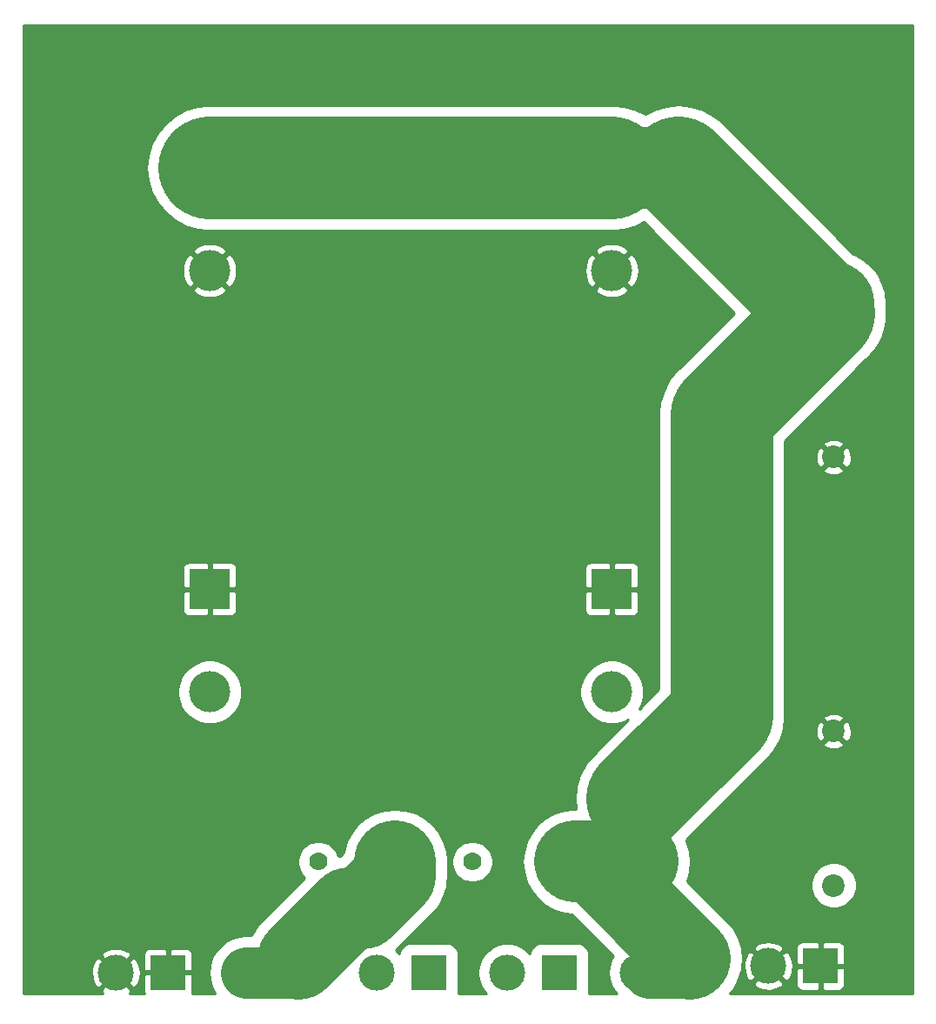
<source format=gtl>
G04 #@! TF.GenerationSoftware,KiCad,Pcbnew,(5.1.6)-1*
G04 #@! TF.CreationDate,2020-08-29T10:58:44-03:00*
G04 #@! TF.ProjectId,fontes2,666f6e74-6573-4322-9e6b-696361645f70,rev?*
G04 #@! TF.SameCoordinates,Original*
G04 #@! TF.FileFunction,Copper,L1,Top*
G04 #@! TF.FilePolarity,Positive*
%FSLAX46Y46*%
G04 Gerber Fmt 4.6, Leading zero omitted, Abs format (unit mm)*
G04 Created by KiCad (PCBNEW (5.1.6)-1) date 2020-08-29 10:58:44*
%MOMM*%
%LPD*%
G01*
G04 APERTURE LIST*
G04 #@! TA.AperFunction,ComponentPad*
%ADD10C,2.200000*%
G04 #@! TD*
G04 #@! TA.AperFunction,ComponentPad*
%ADD11C,3.500120*%
G04 #@! TD*
G04 #@! TA.AperFunction,ComponentPad*
%ADD12R,3.500120X3.500120*%
G04 #@! TD*
G04 #@! TA.AperFunction,ComponentPad*
%ADD13C,1.778000*%
G04 #@! TD*
G04 #@! TA.AperFunction,ComponentPad*
%ADD14C,4.000000*%
G04 #@! TD*
G04 #@! TA.AperFunction,ComponentPad*
%ADD15R,4.000000X4.000000*%
G04 #@! TD*
G04 #@! TA.AperFunction,ViaPad*
%ADD16C,4.000000*%
G04 #@! TD*
G04 #@! TA.AperFunction,Conductor*
%ADD17C,3.500000*%
G04 #@! TD*
G04 #@! TA.AperFunction,Conductor*
%ADD18C,5.000000*%
G04 #@! TD*
G04 #@! TA.AperFunction,Conductor*
%ADD19C,8.000000*%
G04 #@! TD*
G04 #@! TA.AperFunction,Conductor*
%ADD20C,10.000000*%
G04 #@! TD*
G04 #@! TA.AperFunction,Conductor*
%ADD21C,0.254000*%
G04 #@! TD*
G04 APERTURE END LIST*
D10*
X172720000Y-98820000D03*
X172720000Y-83820000D03*
X172720000Y-57150000D03*
X172720000Y-42150000D03*
D11*
X140970000Y-107315000D03*
D12*
X146050000Y-107315000D03*
D11*
X166370000Y-106680000D03*
D12*
X171450000Y-106680000D03*
D11*
X153670000Y-107315000D03*
D12*
X158750000Y-107315000D03*
D11*
X102870000Y-107315000D03*
D12*
X107950000Y-107315000D03*
D11*
X128270000Y-107315000D03*
D12*
X133350000Y-107315000D03*
D11*
X115570000Y-107315000D03*
D12*
X120650000Y-107315000D03*
D13*
X122555000Y-96520000D03*
X130048000Y-96520000D03*
X137541000Y-96520000D03*
X147574000Y-96520000D03*
D14*
X151130000Y-80000000D03*
D15*
X151130000Y-70000000D03*
D14*
X151130000Y-39000000D03*
D15*
X151130000Y-29000000D03*
D14*
X112000000Y-80000000D03*
D15*
X112000000Y-70000000D03*
D14*
X112000000Y-39000000D03*
D15*
X112000000Y-29000000D03*
D16*
X178435000Y-107315000D03*
X178435000Y-17145000D03*
X95885000Y-17145000D03*
X95885000Y-107315000D03*
D17*
X153670000Y-90424000D02*
X153670000Y-96520000D01*
X153670000Y-107315000D02*
X154749600Y-107315000D01*
D18*
X158750000Y-107315000D02*
X154749600Y-107315000D01*
D19*
X153670000Y-96520000D02*
X147574000Y-96520000D01*
D20*
X171750200Y-43119800D02*
X161842400Y-53027600D01*
X161842400Y-53027600D02*
X161842400Y-82251600D01*
X161842400Y-82251600D02*
X153670000Y-90424000D01*
D19*
X171750200Y-43119800D02*
X172720000Y-42150000D01*
D20*
X157630300Y-29000000D02*
X171750200Y-43119800D01*
D19*
X151130000Y-29000000D02*
X157630300Y-29000000D01*
D20*
X112000000Y-29000000D02*
X151130000Y-29000000D01*
D19*
X149330010Y-96520000D02*
X158750000Y-105939990D01*
X147574000Y-96520000D02*
X149330010Y-96520000D01*
X125525051Y-101064939D02*
X120650000Y-105939990D01*
X126900061Y-101064939D02*
X125525051Y-101064939D01*
X130048000Y-96520000D02*
X130048000Y-97917000D01*
X130048000Y-97917000D02*
X126900061Y-101064939D01*
D18*
X115570000Y-107315000D02*
X120650000Y-107315000D01*
D21*
G36*
X180433001Y-109313000D02*
G01*
X162614351Y-109313000D01*
X163033571Y-108802180D01*
X163275452Y-108349651D01*
X164879954Y-108349651D01*
X165066039Y-108690815D01*
X165483384Y-108906568D01*
X165934802Y-109036755D01*
X166402944Y-109076374D01*
X166869821Y-109023901D01*
X167317489Y-108881354D01*
X167673961Y-108690815D01*
X167816187Y-108430060D01*
X169061868Y-108430060D01*
X169074128Y-108554542D01*
X169110438Y-108674240D01*
X169169403Y-108784554D01*
X169248755Y-108881245D01*
X169345446Y-108960597D01*
X169455760Y-109019562D01*
X169575458Y-109055872D01*
X169699940Y-109068132D01*
X171164250Y-109065060D01*
X171323000Y-108906310D01*
X171323000Y-106807000D01*
X171577000Y-106807000D01*
X171577000Y-108906310D01*
X171735750Y-109065060D01*
X173200060Y-109068132D01*
X173324542Y-109055872D01*
X173444240Y-109019562D01*
X173554554Y-108960597D01*
X173651245Y-108881245D01*
X173730597Y-108784554D01*
X173789562Y-108674240D01*
X173825872Y-108554542D01*
X173838132Y-108430060D01*
X173835060Y-106965750D01*
X173676310Y-106807000D01*
X171577000Y-106807000D01*
X171323000Y-106807000D01*
X169223690Y-106807000D01*
X169064940Y-106965750D01*
X169061868Y-108430060D01*
X167816187Y-108430060D01*
X167860046Y-108349651D01*
X166370000Y-106859605D01*
X164879954Y-108349651D01*
X163275452Y-108349651D01*
X163509649Y-107911501D01*
X163802817Y-106945057D01*
X163825678Y-106712944D01*
X163973626Y-106712944D01*
X164026099Y-107179821D01*
X164168646Y-107627489D01*
X164359185Y-107983961D01*
X164700349Y-108170046D01*
X166190395Y-106680000D01*
X166549605Y-106680000D01*
X168039651Y-108170046D01*
X168380815Y-107983961D01*
X168596568Y-107566616D01*
X168726755Y-107115198D01*
X168766374Y-106647056D01*
X168713901Y-106180179D01*
X168571354Y-105732511D01*
X168380815Y-105376039D01*
X168039651Y-105189954D01*
X166549605Y-106680000D01*
X166190395Y-106680000D01*
X164700349Y-105189954D01*
X164359185Y-105376039D01*
X164143432Y-105793384D01*
X164013245Y-106244802D01*
X163973626Y-106712944D01*
X163825678Y-106712944D01*
X163901807Y-105939990D01*
X163810246Y-105010349D01*
X164879954Y-105010349D01*
X166370000Y-106500395D01*
X167860046Y-105010349D01*
X167816188Y-104929940D01*
X169061868Y-104929940D01*
X169064940Y-106394250D01*
X169223690Y-106553000D01*
X171323000Y-106553000D01*
X171323000Y-104453690D01*
X171577000Y-104453690D01*
X171577000Y-106553000D01*
X173676310Y-106553000D01*
X173835060Y-106394250D01*
X173838132Y-104929940D01*
X173825872Y-104805458D01*
X173789562Y-104685760D01*
X173730597Y-104575446D01*
X173651245Y-104478755D01*
X173554554Y-104399403D01*
X173444240Y-104340438D01*
X173324542Y-104304128D01*
X173200060Y-104291868D01*
X171735750Y-104294940D01*
X171577000Y-104453690D01*
X171323000Y-104453690D01*
X171164250Y-104294940D01*
X169699940Y-104291868D01*
X169575458Y-104304128D01*
X169455760Y-104340438D01*
X169345446Y-104399403D01*
X169248755Y-104478755D01*
X169169403Y-104575446D01*
X169110438Y-104685760D01*
X169074128Y-104805458D01*
X169061868Y-104929940D01*
X167816188Y-104929940D01*
X167673961Y-104669185D01*
X167256616Y-104453432D01*
X166805198Y-104323245D01*
X166337056Y-104283626D01*
X165870179Y-104336099D01*
X165422511Y-104478646D01*
X165066039Y-104669185D01*
X164879954Y-105010349D01*
X163810246Y-105010349D01*
X163802817Y-104934922D01*
X163509649Y-103968478D01*
X163033571Y-103077800D01*
X162553435Y-102492752D01*
X158661343Y-98600660D01*
X170493000Y-98600660D01*
X170493000Y-99039340D01*
X170578582Y-99469592D01*
X170746458Y-99874880D01*
X170990176Y-100239630D01*
X171300370Y-100549824D01*
X171665120Y-100793542D01*
X172070408Y-100961418D01*
X172500660Y-101047000D01*
X172939340Y-101047000D01*
X173369592Y-100961418D01*
X173774880Y-100793542D01*
X174139630Y-100549824D01*
X174449824Y-100239630D01*
X174693542Y-99874880D01*
X174861418Y-99469592D01*
X174947000Y-99039340D01*
X174947000Y-98600660D01*
X174861418Y-98170408D01*
X174693542Y-97765120D01*
X174449824Y-97400370D01*
X174139630Y-97090176D01*
X173774880Y-96846458D01*
X173369592Y-96678582D01*
X172939340Y-96593000D01*
X172500660Y-96593000D01*
X172070408Y-96678582D01*
X171665120Y-96846458D01*
X171300370Y-97090176D01*
X170990176Y-97400370D01*
X170746458Y-97765120D01*
X170578582Y-98170408D01*
X170493000Y-98600660D01*
X158661343Y-98600660D01*
X158458171Y-98397488D01*
X158722816Y-97525068D01*
X158821807Y-96520000D01*
X158722816Y-95514932D01*
X158429649Y-94548489D01*
X158353278Y-94405608D01*
X165962016Y-86796871D01*
X166195805Y-86605005D01*
X166387670Y-86371217D01*
X166387676Y-86371211D01*
X166961463Y-85672049D01*
X167306402Y-85026712D01*
X171692893Y-85026712D01*
X171800726Y-85301338D01*
X172107384Y-85452216D01*
X172437585Y-85540369D01*
X172778639Y-85562409D01*
X173117439Y-85517489D01*
X173440966Y-85407336D01*
X173639274Y-85301338D01*
X173747107Y-85026712D01*
X172720000Y-83999605D01*
X171692893Y-85026712D01*
X167306402Y-85026712D01*
X167530398Y-84607646D01*
X167683658Y-84102415D01*
X167751539Y-83878639D01*
X170977591Y-83878639D01*
X171022511Y-84217439D01*
X171132664Y-84540966D01*
X171238662Y-84739274D01*
X171513288Y-84847107D01*
X172540395Y-83820000D01*
X172899605Y-83820000D01*
X173926712Y-84847107D01*
X174201338Y-84739274D01*
X174352216Y-84432616D01*
X174440369Y-84102415D01*
X174462409Y-83761361D01*
X174417489Y-83422561D01*
X174307336Y-83099034D01*
X174201338Y-82900726D01*
X173926712Y-82792893D01*
X172899605Y-83820000D01*
X172540395Y-83820000D01*
X171513288Y-82792893D01*
X171238662Y-82900726D01*
X171087784Y-83207384D01*
X170999631Y-83537585D01*
X170977591Y-83878639D01*
X167751539Y-83878639D01*
X167880747Y-83452702D01*
X167963421Y-82613288D01*
X171692893Y-82613288D01*
X172720000Y-83640395D01*
X173747107Y-82613288D01*
X173639274Y-82338662D01*
X173332616Y-82187784D01*
X173002415Y-82099631D01*
X172661361Y-82077591D01*
X172322561Y-82122511D01*
X171999034Y-82232664D01*
X171800726Y-82338662D01*
X171692893Y-82613288D01*
X167963421Y-82613288D01*
X167969400Y-82552591D01*
X167969400Y-82552581D01*
X167999044Y-82251600D01*
X167969400Y-81950619D01*
X167969400Y-58356712D01*
X171692893Y-58356712D01*
X171800726Y-58631338D01*
X172107384Y-58782216D01*
X172437585Y-58870369D01*
X172778639Y-58892409D01*
X173117439Y-58847489D01*
X173440966Y-58737336D01*
X173639274Y-58631338D01*
X173747107Y-58356712D01*
X172720000Y-57329605D01*
X171692893Y-58356712D01*
X167969400Y-58356712D01*
X167969400Y-57208639D01*
X170977591Y-57208639D01*
X171022511Y-57547439D01*
X171132664Y-57870966D01*
X171238662Y-58069274D01*
X171513288Y-58177107D01*
X172540395Y-57150000D01*
X172899605Y-57150000D01*
X173926712Y-58177107D01*
X174201338Y-58069274D01*
X174352216Y-57762616D01*
X174440369Y-57432415D01*
X174462409Y-57091361D01*
X174417489Y-56752561D01*
X174307336Y-56429034D01*
X174201338Y-56230726D01*
X173926712Y-56122893D01*
X172899605Y-57150000D01*
X172540395Y-57150000D01*
X171513288Y-56122893D01*
X171238662Y-56230726D01*
X171087784Y-56537384D01*
X170999631Y-56867585D01*
X170977591Y-57208639D01*
X167969400Y-57208639D01*
X167969400Y-55943288D01*
X171692893Y-55943288D01*
X172720000Y-56970395D01*
X173747107Y-55943288D01*
X173639274Y-55668662D01*
X173332616Y-55517784D01*
X173002415Y-55429631D01*
X172661361Y-55407591D01*
X172322561Y-55452511D01*
X171999034Y-55562664D01*
X171800726Y-55668662D01*
X171692893Y-55943288D01*
X167969400Y-55943288D01*
X167969400Y-55565486D01*
X175869824Y-47665062D01*
X176103620Y-47473189D01*
X176362809Y-47157365D01*
X176869263Y-46540249D01*
X176869270Y-46540236D01*
X176869275Y-46540230D01*
X177167658Y-45981990D01*
X177438197Y-45475846D01*
X177438200Y-45475836D01*
X177438206Y-45475825D01*
X177602528Y-44934120D01*
X177788546Y-44320902D01*
X177788547Y-44320887D01*
X177788550Y-44320879D01*
X177838618Y-43812509D01*
X177906844Y-43119801D01*
X177906843Y-43119789D01*
X177906844Y-43119777D01*
X177841567Y-42457031D01*
X177871807Y-42150001D01*
X177772816Y-41144933D01*
X177479648Y-40178489D01*
X177003570Y-39287811D01*
X176362877Y-38507123D01*
X175582189Y-37866430D01*
X174691511Y-37390352D01*
X174683067Y-37387791D01*
X161749894Y-24454710D01*
X161050730Y-23880925D01*
X159986325Y-23311994D01*
X158831380Y-22961649D01*
X157630279Y-22843356D01*
X156429178Y-22961658D01*
X155274235Y-23312011D01*
X154380152Y-23789911D01*
X153486046Y-23312002D01*
X152331102Y-22961653D01*
X151430991Y-22873000D01*
X111699009Y-22873000D01*
X110798898Y-22961653D01*
X109643954Y-23312002D01*
X108579551Y-23880937D01*
X107646595Y-24646595D01*
X106880937Y-25579551D01*
X106312002Y-26643954D01*
X105961653Y-27798898D01*
X105843355Y-29000000D01*
X105961653Y-30201102D01*
X106312002Y-31356046D01*
X106880937Y-32420449D01*
X107646595Y-33353405D01*
X108579551Y-34119063D01*
X109643954Y-34687998D01*
X110798898Y-35038347D01*
X111699009Y-35127000D01*
X151430991Y-35127000D01*
X152331102Y-35038347D01*
X153486046Y-34687998D01*
X154246792Y-34281371D01*
X163085299Y-43119815D01*
X157722789Y-48482325D01*
X157488995Y-48674195D01*
X156723337Y-49607152D01*
X156154402Y-50671555D01*
X155804053Y-51826499D01*
X155715400Y-52726610D01*
X155715400Y-52726619D01*
X155685756Y-53027600D01*
X155715400Y-53328581D01*
X155715401Y-79713712D01*
X153806846Y-81622268D01*
X153901111Y-81481190D01*
X154136831Y-80912112D01*
X154257000Y-80307983D01*
X154257000Y-79692017D01*
X154136831Y-79087888D01*
X153901111Y-78518810D01*
X153558899Y-78006654D01*
X153123346Y-77571101D01*
X152611190Y-77228889D01*
X152042112Y-76993169D01*
X151437983Y-76873000D01*
X150822017Y-76873000D01*
X150217888Y-76993169D01*
X149648810Y-77228889D01*
X149136654Y-77571101D01*
X148701101Y-78006654D01*
X148358889Y-78518810D01*
X148123169Y-79087888D01*
X148003000Y-79692017D01*
X148003000Y-80307983D01*
X148123169Y-80912112D01*
X148358889Y-81481190D01*
X148701101Y-81993346D01*
X149136654Y-82428899D01*
X149648810Y-82771111D01*
X150217888Y-83006831D01*
X150822017Y-83127000D01*
X151437983Y-83127000D01*
X152042112Y-83006831D01*
X152611190Y-82771111D01*
X152752268Y-82676846D01*
X149124724Y-86304390D01*
X148550937Y-87003552D01*
X147982002Y-88067955D01*
X147631654Y-89222899D01*
X147513356Y-90424000D01*
X147608794Y-91393000D01*
X147322131Y-91393000D01*
X146568932Y-91467184D01*
X145602489Y-91760351D01*
X144711809Y-92236429D01*
X143931122Y-92877122D01*
X143290429Y-93657809D01*
X142814351Y-94548489D01*
X142521184Y-95514932D01*
X142422193Y-96520000D01*
X142521184Y-97525068D01*
X142814351Y-98491511D01*
X143290429Y-99382191D01*
X143931122Y-100162878D01*
X144711809Y-100803571D01*
X145602489Y-101279649D01*
X146568932Y-101572816D01*
X147193687Y-101634349D01*
X151267163Y-105707825D01*
X151266288Y-105708891D01*
X151199633Y-105833593D01*
X151120382Y-105952201D01*
X151065794Y-106083988D01*
X150999138Y-106208693D01*
X150958090Y-106344011D01*
X150903504Y-106475793D01*
X150875677Y-106615690D01*
X150834628Y-106751009D01*
X150820768Y-106891735D01*
X150792940Y-107031634D01*
X150792940Y-107174276D01*
X150779080Y-107315000D01*
X150792940Y-107455724D01*
X150792940Y-107598366D01*
X150820768Y-107738265D01*
X150834628Y-107878991D01*
X150875677Y-108014310D01*
X150903504Y-108154207D01*
X150958090Y-108285989D01*
X150999138Y-108421307D01*
X151065794Y-108546012D01*
X151120382Y-108677799D01*
X151199633Y-108796407D01*
X151266288Y-108921109D01*
X151355989Y-109030410D01*
X151435241Y-109149019D01*
X151536110Y-109249888D01*
X151587905Y-109313000D01*
X148902560Y-109313000D01*
X148910753Y-109285991D01*
X148932513Y-109065060D01*
X148932513Y-105564940D01*
X148910753Y-105344009D01*
X148846310Y-105131569D01*
X148741660Y-104935783D01*
X148600825Y-104764175D01*
X148429217Y-104623340D01*
X148233431Y-104518690D01*
X148020991Y-104454247D01*
X147800060Y-104432487D01*
X144299940Y-104432487D01*
X144079009Y-104454247D01*
X143866569Y-104518690D01*
X143670783Y-104623340D01*
X143499175Y-104764175D01*
X143358340Y-104935783D01*
X143253690Y-105131569D01*
X143189247Y-105344009D01*
X143178357Y-105454579D01*
X142804019Y-105080241D01*
X142332799Y-104765382D01*
X141809207Y-104548504D01*
X141253366Y-104437940D01*
X140686634Y-104437940D01*
X140130793Y-104548504D01*
X139607201Y-104765382D01*
X139135981Y-105080241D01*
X138735241Y-105480981D01*
X138420382Y-105952201D01*
X138203504Y-106475793D01*
X138092940Y-107031634D01*
X138092940Y-107598366D01*
X138203504Y-108154207D01*
X138420382Y-108677799D01*
X138735241Y-109149019D01*
X138899222Y-109313000D01*
X136202560Y-109313000D01*
X136210753Y-109285991D01*
X136232513Y-109065060D01*
X136232513Y-105564940D01*
X136210753Y-105344009D01*
X136146310Y-105131569D01*
X136041660Y-104935783D01*
X135900825Y-104764175D01*
X135729217Y-104623340D01*
X135533431Y-104518690D01*
X135320991Y-104454247D01*
X135100060Y-104432487D01*
X131599940Y-104432487D01*
X131379009Y-104454247D01*
X131166569Y-104518690D01*
X130970783Y-104623340D01*
X130799175Y-104764175D01*
X130658340Y-104935783D01*
X130553690Y-105131569D01*
X130489247Y-105344009D01*
X130478357Y-105454579D01*
X130104019Y-105080241D01*
X130095817Y-105074761D01*
X130542939Y-104707817D01*
X130703504Y-104512168D01*
X133495229Y-101720443D01*
X133690878Y-101559878D01*
X134331571Y-100779191D01*
X134807649Y-99888510D01*
X135100816Y-98922067D01*
X135136064Y-98564189D01*
X135199807Y-97917001D01*
X135175000Y-97665132D01*
X135175000Y-96321441D01*
X135525000Y-96321441D01*
X135525000Y-96718559D01*
X135602473Y-97108046D01*
X135754444Y-97474934D01*
X135975070Y-97805125D01*
X136255875Y-98085930D01*
X136586066Y-98306556D01*
X136952954Y-98458527D01*
X137342441Y-98536000D01*
X137739559Y-98536000D01*
X138129046Y-98458527D01*
X138495934Y-98306556D01*
X138826125Y-98085930D01*
X139106930Y-97805125D01*
X139327556Y-97474934D01*
X139479527Y-97108046D01*
X139557000Y-96718559D01*
X139557000Y-96321441D01*
X139479527Y-95931954D01*
X139327556Y-95565066D01*
X139106930Y-95234875D01*
X138826125Y-94954070D01*
X138495934Y-94733444D01*
X138129046Y-94581473D01*
X137739559Y-94504000D01*
X137342441Y-94504000D01*
X136952954Y-94581473D01*
X136586066Y-94733444D01*
X136255875Y-94954070D01*
X135975070Y-95234875D01*
X135754444Y-95565066D01*
X135602473Y-95931954D01*
X135525000Y-96321441D01*
X135175000Y-96321441D01*
X135175000Y-96268131D01*
X135100816Y-95514932D01*
X134807649Y-94548489D01*
X134331571Y-93657809D01*
X133690878Y-92877122D01*
X132910190Y-92236429D01*
X132019510Y-91760351D01*
X131053067Y-91467184D01*
X130048000Y-91368193D01*
X129042932Y-91467184D01*
X128076489Y-91760351D01*
X127185809Y-92236429D01*
X126405122Y-92877122D01*
X125764429Y-93657810D01*
X125288351Y-94548490D01*
X124995184Y-95514933D01*
X124972873Y-95741455D01*
X124722113Y-95992215D01*
X124519983Y-96012123D01*
X124510071Y-96015130D01*
X124493527Y-95931954D01*
X124341556Y-95565066D01*
X124120930Y-95234875D01*
X123840125Y-94954070D01*
X123509934Y-94733444D01*
X123143046Y-94581473D01*
X122753559Y-94504000D01*
X122356441Y-94504000D01*
X121966954Y-94581473D01*
X121600066Y-94733444D01*
X121269875Y-94954070D01*
X120989070Y-95234875D01*
X120768444Y-95565066D01*
X120616473Y-95931954D01*
X120539000Y-96321441D01*
X120539000Y-96718559D01*
X120616473Y-97108046D01*
X120768444Y-97474934D01*
X120989070Y-97805125D01*
X121261631Y-98077686D01*
X116846566Y-102492752D01*
X116366430Y-103077800D01*
X116040271Y-103688000D01*
X115391822Y-103688000D01*
X114858984Y-103740480D01*
X114175291Y-103947876D01*
X113545197Y-104284668D01*
X112992915Y-104737915D01*
X112539668Y-105290197D01*
X112202876Y-105920291D01*
X111995480Y-106603984D01*
X111925451Y-107315000D01*
X111995480Y-108026016D01*
X112202876Y-108709709D01*
X112525342Y-109313000D01*
X110287552Y-109313000D01*
X110289562Y-109309240D01*
X110325872Y-109189542D01*
X110338132Y-109065060D01*
X110335060Y-107600750D01*
X110176310Y-107442000D01*
X108077000Y-107442000D01*
X108077000Y-107462000D01*
X107823000Y-107462000D01*
X107823000Y-107442000D01*
X105723690Y-107442000D01*
X105564940Y-107600750D01*
X105561868Y-109065060D01*
X105574128Y-109189542D01*
X105610438Y-109309240D01*
X105612448Y-109313000D01*
X104180951Y-109313000D01*
X104360046Y-108984651D01*
X102870000Y-107494605D01*
X101379954Y-108984651D01*
X101559049Y-109313000D01*
X93887000Y-109313000D01*
X93887000Y-107347944D01*
X100473626Y-107347944D01*
X100526099Y-107814821D01*
X100668646Y-108262489D01*
X100859185Y-108618961D01*
X101200349Y-108805046D01*
X102690395Y-107315000D01*
X103049605Y-107315000D01*
X104539651Y-108805046D01*
X104880815Y-108618961D01*
X105096568Y-108201616D01*
X105226755Y-107750198D01*
X105266374Y-107282056D01*
X105213901Y-106815179D01*
X105071354Y-106367511D01*
X104880815Y-106011039D01*
X104539651Y-105824954D01*
X103049605Y-107315000D01*
X102690395Y-107315000D01*
X101200349Y-105824954D01*
X100859185Y-106011039D01*
X100643432Y-106428384D01*
X100513245Y-106879802D01*
X100473626Y-107347944D01*
X93887000Y-107347944D01*
X93887000Y-105645349D01*
X101379954Y-105645349D01*
X102870000Y-107135395D01*
X104360046Y-105645349D01*
X104316188Y-105564940D01*
X105561868Y-105564940D01*
X105564940Y-107029250D01*
X105723690Y-107188000D01*
X107823000Y-107188000D01*
X107823000Y-105088690D01*
X108077000Y-105088690D01*
X108077000Y-107188000D01*
X110176310Y-107188000D01*
X110335060Y-107029250D01*
X110338132Y-105564940D01*
X110325872Y-105440458D01*
X110289562Y-105320760D01*
X110230597Y-105210446D01*
X110151245Y-105113755D01*
X110054554Y-105034403D01*
X109944240Y-104975438D01*
X109824542Y-104939128D01*
X109700060Y-104926868D01*
X108235750Y-104929940D01*
X108077000Y-105088690D01*
X107823000Y-105088690D01*
X107664250Y-104929940D01*
X106199940Y-104926868D01*
X106075458Y-104939128D01*
X105955760Y-104975438D01*
X105845446Y-105034403D01*
X105748755Y-105113755D01*
X105669403Y-105210446D01*
X105610438Y-105320760D01*
X105574128Y-105440458D01*
X105561868Y-105564940D01*
X104316188Y-105564940D01*
X104173961Y-105304185D01*
X103756616Y-105088432D01*
X103305198Y-104958245D01*
X102837056Y-104918626D01*
X102370179Y-104971099D01*
X101922511Y-105113646D01*
X101566039Y-105304185D01*
X101379954Y-105645349D01*
X93887000Y-105645349D01*
X93887000Y-79692017D01*
X108873000Y-79692017D01*
X108873000Y-80307983D01*
X108993169Y-80912112D01*
X109228889Y-81481190D01*
X109571101Y-81993346D01*
X110006654Y-82428899D01*
X110518810Y-82771111D01*
X111087888Y-83006831D01*
X111692017Y-83127000D01*
X112307983Y-83127000D01*
X112912112Y-83006831D01*
X113481190Y-82771111D01*
X113993346Y-82428899D01*
X114428899Y-81993346D01*
X114771111Y-81481190D01*
X115006831Y-80912112D01*
X115127000Y-80307983D01*
X115127000Y-79692017D01*
X115006831Y-79087888D01*
X114771111Y-78518810D01*
X114428899Y-78006654D01*
X113993346Y-77571101D01*
X113481190Y-77228889D01*
X112912112Y-76993169D01*
X112307983Y-76873000D01*
X111692017Y-76873000D01*
X111087888Y-76993169D01*
X110518810Y-77228889D01*
X110006654Y-77571101D01*
X109571101Y-78006654D01*
X109228889Y-78518810D01*
X108993169Y-79087888D01*
X108873000Y-79692017D01*
X93887000Y-79692017D01*
X93887000Y-72000000D01*
X109361928Y-72000000D01*
X109374188Y-72124482D01*
X109410498Y-72244180D01*
X109469463Y-72354494D01*
X109548815Y-72451185D01*
X109645506Y-72530537D01*
X109755820Y-72589502D01*
X109875518Y-72625812D01*
X110000000Y-72638072D01*
X111714250Y-72635000D01*
X111873000Y-72476250D01*
X111873000Y-70127000D01*
X112127000Y-70127000D01*
X112127000Y-72476250D01*
X112285750Y-72635000D01*
X114000000Y-72638072D01*
X114124482Y-72625812D01*
X114244180Y-72589502D01*
X114354494Y-72530537D01*
X114451185Y-72451185D01*
X114530537Y-72354494D01*
X114589502Y-72244180D01*
X114625812Y-72124482D01*
X114638072Y-72000000D01*
X148491928Y-72000000D01*
X148504188Y-72124482D01*
X148540498Y-72244180D01*
X148599463Y-72354494D01*
X148678815Y-72451185D01*
X148775506Y-72530537D01*
X148885820Y-72589502D01*
X149005518Y-72625812D01*
X149130000Y-72638072D01*
X150844250Y-72635000D01*
X151003000Y-72476250D01*
X151003000Y-70127000D01*
X151257000Y-70127000D01*
X151257000Y-72476250D01*
X151415750Y-72635000D01*
X153130000Y-72638072D01*
X153254482Y-72625812D01*
X153374180Y-72589502D01*
X153484494Y-72530537D01*
X153581185Y-72451185D01*
X153660537Y-72354494D01*
X153719502Y-72244180D01*
X153755812Y-72124482D01*
X153768072Y-72000000D01*
X153765000Y-70285750D01*
X153606250Y-70127000D01*
X151257000Y-70127000D01*
X151003000Y-70127000D01*
X148653750Y-70127000D01*
X148495000Y-70285750D01*
X148491928Y-72000000D01*
X114638072Y-72000000D01*
X114635000Y-70285750D01*
X114476250Y-70127000D01*
X112127000Y-70127000D01*
X111873000Y-70127000D01*
X109523750Y-70127000D01*
X109365000Y-70285750D01*
X109361928Y-72000000D01*
X93887000Y-72000000D01*
X93887000Y-68000000D01*
X109361928Y-68000000D01*
X109365000Y-69714250D01*
X109523750Y-69873000D01*
X111873000Y-69873000D01*
X111873000Y-67523750D01*
X112127000Y-67523750D01*
X112127000Y-69873000D01*
X114476250Y-69873000D01*
X114635000Y-69714250D01*
X114638072Y-68000000D01*
X148491928Y-68000000D01*
X148495000Y-69714250D01*
X148653750Y-69873000D01*
X151003000Y-69873000D01*
X151003000Y-67523750D01*
X151257000Y-67523750D01*
X151257000Y-69873000D01*
X153606250Y-69873000D01*
X153765000Y-69714250D01*
X153768072Y-68000000D01*
X153755812Y-67875518D01*
X153719502Y-67755820D01*
X153660537Y-67645506D01*
X153581185Y-67548815D01*
X153484494Y-67469463D01*
X153374180Y-67410498D01*
X153254482Y-67374188D01*
X153130000Y-67361928D01*
X151415750Y-67365000D01*
X151257000Y-67523750D01*
X151003000Y-67523750D01*
X150844250Y-67365000D01*
X149130000Y-67361928D01*
X149005518Y-67374188D01*
X148885820Y-67410498D01*
X148775506Y-67469463D01*
X148678815Y-67548815D01*
X148599463Y-67645506D01*
X148540498Y-67755820D01*
X148504188Y-67875518D01*
X148491928Y-68000000D01*
X114638072Y-68000000D01*
X114625812Y-67875518D01*
X114589502Y-67755820D01*
X114530537Y-67645506D01*
X114451185Y-67548815D01*
X114354494Y-67469463D01*
X114244180Y-67410498D01*
X114124482Y-67374188D01*
X114000000Y-67361928D01*
X112285750Y-67365000D01*
X112127000Y-67523750D01*
X111873000Y-67523750D01*
X111714250Y-67365000D01*
X110000000Y-67361928D01*
X109875518Y-67374188D01*
X109755820Y-67410498D01*
X109645506Y-67469463D01*
X109548815Y-67548815D01*
X109469463Y-67645506D01*
X109410498Y-67755820D01*
X109374188Y-67875518D01*
X109361928Y-68000000D01*
X93887000Y-68000000D01*
X93887000Y-40847499D01*
X110332106Y-40847499D01*
X110548228Y-41214258D01*
X111008105Y-41454938D01*
X111506098Y-41601275D01*
X112023071Y-41647648D01*
X112539159Y-41592273D01*
X113034526Y-41437279D01*
X113451772Y-41214258D01*
X113667894Y-40847499D01*
X149462106Y-40847499D01*
X149678228Y-41214258D01*
X150138105Y-41454938D01*
X150636098Y-41601275D01*
X151153071Y-41647648D01*
X151669159Y-41592273D01*
X152164526Y-41437279D01*
X152581772Y-41214258D01*
X152797894Y-40847499D01*
X151130000Y-39179605D01*
X149462106Y-40847499D01*
X113667894Y-40847499D01*
X112000000Y-39179605D01*
X110332106Y-40847499D01*
X93887000Y-40847499D01*
X93887000Y-39023071D01*
X109352352Y-39023071D01*
X109407727Y-39539159D01*
X109562721Y-40034526D01*
X109785742Y-40451772D01*
X110152501Y-40667894D01*
X111820395Y-39000000D01*
X112179605Y-39000000D01*
X113847499Y-40667894D01*
X114214258Y-40451772D01*
X114454938Y-39991895D01*
X114601275Y-39493902D01*
X114643509Y-39023071D01*
X148482352Y-39023071D01*
X148537727Y-39539159D01*
X148692721Y-40034526D01*
X148915742Y-40451772D01*
X149282501Y-40667894D01*
X150950395Y-39000000D01*
X151309605Y-39000000D01*
X152977499Y-40667894D01*
X153344258Y-40451772D01*
X153584938Y-39991895D01*
X153731275Y-39493902D01*
X153777648Y-38976929D01*
X153722273Y-38460841D01*
X153567279Y-37965474D01*
X153344258Y-37548228D01*
X152977499Y-37332106D01*
X151309605Y-39000000D01*
X150950395Y-39000000D01*
X149282501Y-37332106D01*
X148915742Y-37548228D01*
X148675062Y-38008105D01*
X148528725Y-38506098D01*
X148482352Y-39023071D01*
X114643509Y-39023071D01*
X114647648Y-38976929D01*
X114592273Y-38460841D01*
X114437279Y-37965474D01*
X114214258Y-37548228D01*
X113847499Y-37332106D01*
X112179605Y-39000000D01*
X111820395Y-39000000D01*
X110152501Y-37332106D01*
X109785742Y-37548228D01*
X109545062Y-38008105D01*
X109398725Y-38506098D01*
X109352352Y-39023071D01*
X93887000Y-39023071D01*
X93887000Y-37152501D01*
X110332106Y-37152501D01*
X112000000Y-38820395D01*
X113667894Y-37152501D01*
X149462106Y-37152501D01*
X151130000Y-38820395D01*
X152797894Y-37152501D01*
X152581772Y-36785742D01*
X152121895Y-36545062D01*
X151623902Y-36398725D01*
X151106929Y-36352352D01*
X150590841Y-36407727D01*
X150095474Y-36562721D01*
X149678228Y-36785742D01*
X149462106Y-37152501D01*
X113667894Y-37152501D01*
X113451772Y-36785742D01*
X112991895Y-36545062D01*
X112493902Y-36398725D01*
X111976929Y-36352352D01*
X111460841Y-36407727D01*
X110965474Y-36562721D01*
X110548228Y-36785742D01*
X110332106Y-37152501D01*
X93887000Y-37152501D01*
X93887000Y-15147000D01*
X180433000Y-15147000D01*
X180433001Y-109313000D01*
G37*
X180433001Y-109313000D02*
X162614351Y-109313000D01*
X163033571Y-108802180D01*
X163275452Y-108349651D01*
X164879954Y-108349651D01*
X165066039Y-108690815D01*
X165483384Y-108906568D01*
X165934802Y-109036755D01*
X166402944Y-109076374D01*
X166869821Y-109023901D01*
X167317489Y-108881354D01*
X167673961Y-108690815D01*
X167816187Y-108430060D01*
X169061868Y-108430060D01*
X169074128Y-108554542D01*
X169110438Y-108674240D01*
X169169403Y-108784554D01*
X169248755Y-108881245D01*
X169345446Y-108960597D01*
X169455760Y-109019562D01*
X169575458Y-109055872D01*
X169699940Y-109068132D01*
X171164250Y-109065060D01*
X171323000Y-108906310D01*
X171323000Y-106807000D01*
X171577000Y-106807000D01*
X171577000Y-108906310D01*
X171735750Y-109065060D01*
X173200060Y-109068132D01*
X173324542Y-109055872D01*
X173444240Y-109019562D01*
X173554554Y-108960597D01*
X173651245Y-108881245D01*
X173730597Y-108784554D01*
X173789562Y-108674240D01*
X173825872Y-108554542D01*
X173838132Y-108430060D01*
X173835060Y-106965750D01*
X173676310Y-106807000D01*
X171577000Y-106807000D01*
X171323000Y-106807000D01*
X169223690Y-106807000D01*
X169064940Y-106965750D01*
X169061868Y-108430060D01*
X167816187Y-108430060D01*
X167860046Y-108349651D01*
X166370000Y-106859605D01*
X164879954Y-108349651D01*
X163275452Y-108349651D01*
X163509649Y-107911501D01*
X163802817Y-106945057D01*
X163825678Y-106712944D01*
X163973626Y-106712944D01*
X164026099Y-107179821D01*
X164168646Y-107627489D01*
X164359185Y-107983961D01*
X164700349Y-108170046D01*
X166190395Y-106680000D01*
X166549605Y-106680000D01*
X168039651Y-108170046D01*
X168380815Y-107983961D01*
X168596568Y-107566616D01*
X168726755Y-107115198D01*
X168766374Y-106647056D01*
X168713901Y-106180179D01*
X168571354Y-105732511D01*
X168380815Y-105376039D01*
X168039651Y-105189954D01*
X166549605Y-106680000D01*
X166190395Y-106680000D01*
X164700349Y-105189954D01*
X164359185Y-105376039D01*
X164143432Y-105793384D01*
X164013245Y-106244802D01*
X163973626Y-106712944D01*
X163825678Y-106712944D01*
X163901807Y-105939990D01*
X163810246Y-105010349D01*
X164879954Y-105010349D01*
X166370000Y-106500395D01*
X167860046Y-105010349D01*
X167816188Y-104929940D01*
X169061868Y-104929940D01*
X169064940Y-106394250D01*
X169223690Y-106553000D01*
X171323000Y-106553000D01*
X171323000Y-104453690D01*
X171577000Y-104453690D01*
X171577000Y-106553000D01*
X173676310Y-106553000D01*
X173835060Y-106394250D01*
X173838132Y-104929940D01*
X173825872Y-104805458D01*
X173789562Y-104685760D01*
X173730597Y-104575446D01*
X173651245Y-104478755D01*
X173554554Y-104399403D01*
X173444240Y-104340438D01*
X173324542Y-104304128D01*
X173200060Y-104291868D01*
X171735750Y-104294940D01*
X171577000Y-104453690D01*
X171323000Y-104453690D01*
X171164250Y-104294940D01*
X169699940Y-104291868D01*
X169575458Y-104304128D01*
X169455760Y-104340438D01*
X169345446Y-104399403D01*
X169248755Y-104478755D01*
X169169403Y-104575446D01*
X169110438Y-104685760D01*
X169074128Y-104805458D01*
X169061868Y-104929940D01*
X167816188Y-104929940D01*
X167673961Y-104669185D01*
X167256616Y-104453432D01*
X166805198Y-104323245D01*
X166337056Y-104283626D01*
X165870179Y-104336099D01*
X165422511Y-104478646D01*
X165066039Y-104669185D01*
X164879954Y-105010349D01*
X163810246Y-105010349D01*
X163802817Y-104934922D01*
X163509649Y-103968478D01*
X163033571Y-103077800D01*
X162553435Y-102492752D01*
X158661343Y-98600660D01*
X170493000Y-98600660D01*
X170493000Y-99039340D01*
X170578582Y-99469592D01*
X170746458Y-99874880D01*
X170990176Y-100239630D01*
X171300370Y-100549824D01*
X171665120Y-100793542D01*
X172070408Y-100961418D01*
X172500660Y-101047000D01*
X172939340Y-101047000D01*
X173369592Y-100961418D01*
X173774880Y-100793542D01*
X174139630Y-100549824D01*
X174449824Y-100239630D01*
X174693542Y-99874880D01*
X174861418Y-99469592D01*
X174947000Y-99039340D01*
X174947000Y-98600660D01*
X174861418Y-98170408D01*
X174693542Y-97765120D01*
X174449824Y-97400370D01*
X174139630Y-97090176D01*
X173774880Y-96846458D01*
X173369592Y-96678582D01*
X172939340Y-96593000D01*
X172500660Y-96593000D01*
X172070408Y-96678582D01*
X171665120Y-96846458D01*
X171300370Y-97090176D01*
X170990176Y-97400370D01*
X170746458Y-97765120D01*
X170578582Y-98170408D01*
X170493000Y-98600660D01*
X158661343Y-98600660D01*
X158458171Y-98397488D01*
X158722816Y-97525068D01*
X158821807Y-96520000D01*
X158722816Y-95514932D01*
X158429649Y-94548489D01*
X158353278Y-94405608D01*
X165962016Y-86796871D01*
X166195805Y-86605005D01*
X166387670Y-86371217D01*
X166387676Y-86371211D01*
X166961463Y-85672049D01*
X167306402Y-85026712D01*
X171692893Y-85026712D01*
X171800726Y-85301338D01*
X172107384Y-85452216D01*
X172437585Y-85540369D01*
X172778639Y-85562409D01*
X173117439Y-85517489D01*
X173440966Y-85407336D01*
X173639274Y-85301338D01*
X173747107Y-85026712D01*
X172720000Y-83999605D01*
X171692893Y-85026712D01*
X167306402Y-85026712D01*
X167530398Y-84607646D01*
X167683658Y-84102415D01*
X167751539Y-83878639D01*
X170977591Y-83878639D01*
X171022511Y-84217439D01*
X171132664Y-84540966D01*
X171238662Y-84739274D01*
X171513288Y-84847107D01*
X172540395Y-83820000D01*
X172899605Y-83820000D01*
X173926712Y-84847107D01*
X174201338Y-84739274D01*
X174352216Y-84432616D01*
X174440369Y-84102415D01*
X174462409Y-83761361D01*
X174417489Y-83422561D01*
X174307336Y-83099034D01*
X174201338Y-82900726D01*
X173926712Y-82792893D01*
X172899605Y-83820000D01*
X172540395Y-83820000D01*
X171513288Y-82792893D01*
X171238662Y-82900726D01*
X171087784Y-83207384D01*
X170999631Y-83537585D01*
X170977591Y-83878639D01*
X167751539Y-83878639D01*
X167880747Y-83452702D01*
X167963421Y-82613288D01*
X171692893Y-82613288D01*
X172720000Y-83640395D01*
X173747107Y-82613288D01*
X173639274Y-82338662D01*
X173332616Y-82187784D01*
X173002415Y-82099631D01*
X172661361Y-82077591D01*
X172322561Y-82122511D01*
X171999034Y-82232664D01*
X171800726Y-82338662D01*
X171692893Y-82613288D01*
X167963421Y-82613288D01*
X167969400Y-82552591D01*
X167969400Y-82552581D01*
X167999044Y-82251600D01*
X167969400Y-81950619D01*
X167969400Y-58356712D01*
X171692893Y-58356712D01*
X171800726Y-58631338D01*
X172107384Y-58782216D01*
X172437585Y-58870369D01*
X172778639Y-58892409D01*
X173117439Y-58847489D01*
X173440966Y-58737336D01*
X173639274Y-58631338D01*
X173747107Y-58356712D01*
X172720000Y-57329605D01*
X171692893Y-58356712D01*
X167969400Y-58356712D01*
X167969400Y-57208639D01*
X170977591Y-57208639D01*
X171022511Y-57547439D01*
X171132664Y-57870966D01*
X171238662Y-58069274D01*
X171513288Y-58177107D01*
X172540395Y-57150000D01*
X172899605Y-57150000D01*
X173926712Y-58177107D01*
X174201338Y-58069274D01*
X174352216Y-57762616D01*
X174440369Y-57432415D01*
X174462409Y-57091361D01*
X174417489Y-56752561D01*
X174307336Y-56429034D01*
X174201338Y-56230726D01*
X173926712Y-56122893D01*
X172899605Y-57150000D01*
X172540395Y-57150000D01*
X171513288Y-56122893D01*
X171238662Y-56230726D01*
X171087784Y-56537384D01*
X170999631Y-56867585D01*
X170977591Y-57208639D01*
X167969400Y-57208639D01*
X167969400Y-55943288D01*
X171692893Y-55943288D01*
X172720000Y-56970395D01*
X173747107Y-55943288D01*
X173639274Y-55668662D01*
X173332616Y-55517784D01*
X173002415Y-55429631D01*
X172661361Y-55407591D01*
X172322561Y-55452511D01*
X171999034Y-55562664D01*
X171800726Y-55668662D01*
X171692893Y-55943288D01*
X167969400Y-55943288D01*
X167969400Y-55565486D01*
X175869824Y-47665062D01*
X176103620Y-47473189D01*
X176362809Y-47157365D01*
X176869263Y-46540249D01*
X176869270Y-46540236D01*
X176869275Y-46540230D01*
X177167658Y-45981990D01*
X177438197Y-45475846D01*
X177438200Y-45475836D01*
X177438206Y-45475825D01*
X177602528Y-44934120D01*
X177788546Y-44320902D01*
X177788547Y-44320887D01*
X177788550Y-44320879D01*
X177838618Y-43812509D01*
X177906844Y-43119801D01*
X177906843Y-43119789D01*
X177906844Y-43119777D01*
X177841567Y-42457031D01*
X177871807Y-42150001D01*
X177772816Y-41144933D01*
X177479648Y-40178489D01*
X177003570Y-39287811D01*
X176362877Y-38507123D01*
X175582189Y-37866430D01*
X174691511Y-37390352D01*
X174683067Y-37387791D01*
X161749894Y-24454710D01*
X161050730Y-23880925D01*
X159986325Y-23311994D01*
X158831380Y-22961649D01*
X157630279Y-22843356D01*
X156429178Y-22961658D01*
X155274235Y-23312011D01*
X154380152Y-23789911D01*
X153486046Y-23312002D01*
X152331102Y-22961653D01*
X151430991Y-22873000D01*
X111699009Y-22873000D01*
X110798898Y-22961653D01*
X109643954Y-23312002D01*
X108579551Y-23880937D01*
X107646595Y-24646595D01*
X106880937Y-25579551D01*
X106312002Y-26643954D01*
X105961653Y-27798898D01*
X105843355Y-29000000D01*
X105961653Y-30201102D01*
X106312002Y-31356046D01*
X106880937Y-32420449D01*
X107646595Y-33353405D01*
X108579551Y-34119063D01*
X109643954Y-34687998D01*
X110798898Y-35038347D01*
X111699009Y-35127000D01*
X151430991Y-35127000D01*
X152331102Y-35038347D01*
X153486046Y-34687998D01*
X154246792Y-34281371D01*
X163085299Y-43119815D01*
X157722789Y-48482325D01*
X157488995Y-48674195D01*
X156723337Y-49607152D01*
X156154402Y-50671555D01*
X155804053Y-51826499D01*
X155715400Y-52726610D01*
X155715400Y-52726619D01*
X155685756Y-53027600D01*
X155715400Y-53328581D01*
X155715401Y-79713712D01*
X153806846Y-81622268D01*
X153901111Y-81481190D01*
X154136831Y-80912112D01*
X154257000Y-80307983D01*
X154257000Y-79692017D01*
X154136831Y-79087888D01*
X153901111Y-78518810D01*
X153558899Y-78006654D01*
X153123346Y-77571101D01*
X152611190Y-77228889D01*
X152042112Y-76993169D01*
X151437983Y-76873000D01*
X150822017Y-76873000D01*
X150217888Y-76993169D01*
X149648810Y-77228889D01*
X149136654Y-77571101D01*
X148701101Y-78006654D01*
X148358889Y-78518810D01*
X148123169Y-79087888D01*
X148003000Y-79692017D01*
X148003000Y-80307983D01*
X148123169Y-80912112D01*
X148358889Y-81481190D01*
X148701101Y-81993346D01*
X149136654Y-82428899D01*
X149648810Y-82771111D01*
X150217888Y-83006831D01*
X150822017Y-83127000D01*
X151437983Y-83127000D01*
X152042112Y-83006831D01*
X152611190Y-82771111D01*
X152752268Y-82676846D01*
X149124724Y-86304390D01*
X148550937Y-87003552D01*
X147982002Y-88067955D01*
X147631654Y-89222899D01*
X147513356Y-90424000D01*
X147608794Y-91393000D01*
X147322131Y-91393000D01*
X146568932Y-91467184D01*
X145602489Y-91760351D01*
X144711809Y-92236429D01*
X143931122Y-92877122D01*
X143290429Y-93657809D01*
X142814351Y-94548489D01*
X142521184Y-95514932D01*
X142422193Y-96520000D01*
X142521184Y-97525068D01*
X142814351Y-98491511D01*
X143290429Y-99382191D01*
X143931122Y-100162878D01*
X144711809Y-100803571D01*
X145602489Y-101279649D01*
X146568932Y-101572816D01*
X147193687Y-101634349D01*
X151267163Y-105707825D01*
X151266288Y-105708891D01*
X151199633Y-105833593D01*
X151120382Y-105952201D01*
X151065794Y-106083988D01*
X150999138Y-106208693D01*
X150958090Y-106344011D01*
X150903504Y-106475793D01*
X150875677Y-106615690D01*
X150834628Y-106751009D01*
X150820768Y-106891735D01*
X150792940Y-107031634D01*
X150792940Y-107174276D01*
X150779080Y-107315000D01*
X150792940Y-107455724D01*
X150792940Y-107598366D01*
X150820768Y-107738265D01*
X150834628Y-107878991D01*
X150875677Y-108014310D01*
X150903504Y-108154207D01*
X150958090Y-108285989D01*
X150999138Y-108421307D01*
X151065794Y-108546012D01*
X151120382Y-108677799D01*
X151199633Y-108796407D01*
X151266288Y-108921109D01*
X151355989Y-109030410D01*
X151435241Y-109149019D01*
X151536110Y-109249888D01*
X151587905Y-109313000D01*
X148902560Y-109313000D01*
X148910753Y-109285991D01*
X148932513Y-109065060D01*
X148932513Y-105564940D01*
X148910753Y-105344009D01*
X148846310Y-105131569D01*
X148741660Y-104935783D01*
X148600825Y-104764175D01*
X148429217Y-104623340D01*
X148233431Y-104518690D01*
X148020991Y-104454247D01*
X147800060Y-104432487D01*
X144299940Y-104432487D01*
X144079009Y-104454247D01*
X143866569Y-104518690D01*
X143670783Y-104623340D01*
X143499175Y-104764175D01*
X143358340Y-104935783D01*
X143253690Y-105131569D01*
X143189247Y-105344009D01*
X143178357Y-105454579D01*
X142804019Y-105080241D01*
X142332799Y-104765382D01*
X141809207Y-104548504D01*
X141253366Y-104437940D01*
X140686634Y-104437940D01*
X140130793Y-104548504D01*
X139607201Y-104765382D01*
X139135981Y-105080241D01*
X138735241Y-105480981D01*
X138420382Y-105952201D01*
X138203504Y-106475793D01*
X138092940Y-107031634D01*
X138092940Y-107598366D01*
X138203504Y-108154207D01*
X138420382Y-108677799D01*
X138735241Y-109149019D01*
X138899222Y-109313000D01*
X136202560Y-109313000D01*
X136210753Y-109285991D01*
X136232513Y-109065060D01*
X136232513Y-105564940D01*
X136210753Y-105344009D01*
X136146310Y-105131569D01*
X136041660Y-104935783D01*
X135900825Y-104764175D01*
X135729217Y-104623340D01*
X135533431Y-104518690D01*
X135320991Y-104454247D01*
X135100060Y-104432487D01*
X131599940Y-104432487D01*
X131379009Y-104454247D01*
X131166569Y-104518690D01*
X130970783Y-104623340D01*
X130799175Y-104764175D01*
X130658340Y-104935783D01*
X130553690Y-105131569D01*
X130489247Y-105344009D01*
X130478357Y-105454579D01*
X130104019Y-105080241D01*
X130095817Y-105074761D01*
X130542939Y-104707817D01*
X130703504Y-104512168D01*
X133495229Y-101720443D01*
X133690878Y-101559878D01*
X134331571Y-100779191D01*
X134807649Y-99888510D01*
X135100816Y-98922067D01*
X135136064Y-98564189D01*
X135199807Y-97917001D01*
X135175000Y-97665132D01*
X135175000Y-96321441D01*
X135525000Y-96321441D01*
X135525000Y-96718559D01*
X135602473Y-97108046D01*
X135754444Y-97474934D01*
X135975070Y-97805125D01*
X136255875Y-98085930D01*
X136586066Y-98306556D01*
X136952954Y-98458527D01*
X137342441Y-98536000D01*
X137739559Y-98536000D01*
X138129046Y-98458527D01*
X138495934Y-98306556D01*
X138826125Y-98085930D01*
X139106930Y-97805125D01*
X139327556Y-97474934D01*
X139479527Y-97108046D01*
X139557000Y-96718559D01*
X139557000Y-96321441D01*
X139479527Y-95931954D01*
X139327556Y-95565066D01*
X139106930Y-95234875D01*
X138826125Y-94954070D01*
X138495934Y-94733444D01*
X138129046Y-94581473D01*
X137739559Y-94504000D01*
X137342441Y-94504000D01*
X136952954Y-94581473D01*
X136586066Y-94733444D01*
X136255875Y-94954070D01*
X135975070Y-95234875D01*
X135754444Y-95565066D01*
X135602473Y-95931954D01*
X135525000Y-96321441D01*
X135175000Y-96321441D01*
X135175000Y-96268131D01*
X135100816Y-95514932D01*
X134807649Y-94548489D01*
X134331571Y-93657809D01*
X133690878Y-92877122D01*
X132910190Y-92236429D01*
X132019510Y-91760351D01*
X131053067Y-91467184D01*
X130048000Y-91368193D01*
X129042932Y-91467184D01*
X128076489Y-91760351D01*
X127185809Y-92236429D01*
X126405122Y-92877122D01*
X125764429Y-93657810D01*
X125288351Y-94548490D01*
X124995184Y-95514933D01*
X124972873Y-95741455D01*
X124722113Y-95992215D01*
X124519983Y-96012123D01*
X124510071Y-96015130D01*
X124493527Y-95931954D01*
X124341556Y-95565066D01*
X124120930Y-95234875D01*
X123840125Y-94954070D01*
X123509934Y-94733444D01*
X123143046Y-94581473D01*
X122753559Y-94504000D01*
X122356441Y-94504000D01*
X121966954Y-94581473D01*
X121600066Y-94733444D01*
X121269875Y-94954070D01*
X120989070Y-95234875D01*
X120768444Y-95565066D01*
X120616473Y-95931954D01*
X120539000Y-96321441D01*
X120539000Y-96718559D01*
X120616473Y-97108046D01*
X120768444Y-97474934D01*
X120989070Y-97805125D01*
X121261631Y-98077686D01*
X116846566Y-102492752D01*
X116366430Y-103077800D01*
X116040271Y-103688000D01*
X115391822Y-103688000D01*
X114858984Y-103740480D01*
X114175291Y-103947876D01*
X113545197Y-104284668D01*
X112992915Y-104737915D01*
X112539668Y-105290197D01*
X112202876Y-105920291D01*
X111995480Y-106603984D01*
X111925451Y-107315000D01*
X111995480Y-108026016D01*
X112202876Y-108709709D01*
X112525342Y-109313000D01*
X110287552Y-109313000D01*
X110289562Y-109309240D01*
X110325872Y-109189542D01*
X110338132Y-109065060D01*
X110335060Y-107600750D01*
X110176310Y-107442000D01*
X108077000Y-107442000D01*
X108077000Y-107462000D01*
X107823000Y-107462000D01*
X107823000Y-107442000D01*
X105723690Y-107442000D01*
X105564940Y-107600750D01*
X105561868Y-109065060D01*
X105574128Y-109189542D01*
X105610438Y-109309240D01*
X105612448Y-109313000D01*
X104180951Y-109313000D01*
X104360046Y-108984651D01*
X102870000Y-107494605D01*
X101379954Y-108984651D01*
X101559049Y-109313000D01*
X93887000Y-109313000D01*
X93887000Y-107347944D01*
X100473626Y-107347944D01*
X100526099Y-107814821D01*
X100668646Y-108262489D01*
X100859185Y-108618961D01*
X101200349Y-108805046D01*
X102690395Y-107315000D01*
X103049605Y-107315000D01*
X104539651Y-108805046D01*
X104880815Y-108618961D01*
X105096568Y-108201616D01*
X105226755Y-107750198D01*
X105266374Y-107282056D01*
X105213901Y-106815179D01*
X105071354Y-106367511D01*
X104880815Y-106011039D01*
X104539651Y-105824954D01*
X103049605Y-107315000D01*
X102690395Y-107315000D01*
X101200349Y-105824954D01*
X100859185Y-106011039D01*
X100643432Y-106428384D01*
X100513245Y-106879802D01*
X100473626Y-107347944D01*
X93887000Y-107347944D01*
X93887000Y-105645349D01*
X101379954Y-105645349D01*
X102870000Y-107135395D01*
X104360046Y-105645349D01*
X104316188Y-105564940D01*
X105561868Y-105564940D01*
X105564940Y-107029250D01*
X105723690Y-107188000D01*
X107823000Y-107188000D01*
X107823000Y-105088690D01*
X108077000Y-105088690D01*
X108077000Y-107188000D01*
X110176310Y-107188000D01*
X110335060Y-107029250D01*
X110338132Y-105564940D01*
X110325872Y-105440458D01*
X110289562Y-105320760D01*
X110230597Y-105210446D01*
X110151245Y-105113755D01*
X110054554Y-105034403D01*
X109944240Y-104975438D01*
X109824542Y-104939128D01*
X109700060Y-104926868D01*
X108235750Y-104929940D01*
X108077000Y-105088690D01*
X107823000Y-105088690D01*
X107664250Y-104929940D01*
X106199940Y-104926868D01*
X106075458Y-104939128D01*
X105955760Y-104975438D01*
X105845446Y-105034403D01*
X105748755Y-105113755D01*
X105669403Y-105210446D01*
X105610438Y-105320760D01*
X105574128Y-105440458D01*
X105561868Y-105564940D01*
X104316188Y-105564940D01*
X104173961Y-105304185D01*
X103756616Y-105088432D01*
X103305198Y-104958245D01*
X102837056Y-104918626D01*
X102370179Y-104971099D01*
X101922511Y-105113646D01*
X101566039Y-105304185D01*
X101379954Y-105645349D01*
X93887000Y-105645349D01*
X93887000Y-79692017D01*
X108873000Y-79692017D01*
X108873000Y-80307983D01*
X108993169Y-80912112D01*
X109228889Y-81481190D01*
X109571101Y-81993346D01*
X110006654Y-82428899D01*
X110518810Y-82771111D01*
X111087888Y-83006831D01*
X111692017Y-83127000D01*
X112307983Y-83127000D01*
X112912112Y-83006831D01*
X113481190Y-82771111D01*
X113993346Y-82428899D01*
X114428899Y-81993346D01*
X114771111Y-81481190D01*
X115006831Y-80912112D01*
X115127000Y-80307983D01*
X115127000Y-79692017D01*
X115006831Y-79087888D01*
X114771111Y-78518810D01*
X114428899Y-78006654D01*
X113993346Y-77571101D01*
X113481190Y-77228889D01*
X112912112Y-76993169D01*
X112307983Y-76873000D01*
X111692017Y-76873000D01*
X111087888Y-76993169D01*
X110518810Y-77228889D01*
X110006654Y-77571101D01*
X109571101Y-78006654D01*
X109228889Y-78518810D01*
X108993169Y-79087888D01*
X108873000Y-79692017D01*
X93887000Y-79692017D01*
X93887000Y-72000000D01*
X109361928Y-72000000D01*
X109374188Y-72124482D01*
X109410498Y-72244180D01*
X109469463Y-72354494D01*
X109548815Y-72451185D01*
X109645506Y-72530537D01*
X109755820Y-72589502D01*
X109875518Y-72625812D01*
X110000000Y-72638072D01*
X111714250Y-72635000D01*
X111873000Y-72476250D01*
X111873000Y-70127000D01*
X112127000Y-70127000D01*
X112127000Y-72476250D01*
X112285750Y-72635000D01*
X114000000Y-72638072D01*
X114124482Y-72625812D01*
X114244180Y-72589502D01*
X114354494Y-72530537D01*
X114451185Y-72451185D01*
X114530537Y-72354494D01*
X114589502Y-72244180D01*
X114625812Y-72124482D01*
X114638072Y-72000000D01*
X148491928Y-72000000D01*
X148504188Y-72124482D01*
X148540498Y-72244180D01*
X148599463Y-72354494D01*
X148678815Y-72451185D01*
X148775506Y-72530537D01*
X148885820Y-72589502D01*
X149005518Y-72625812D01*
X149130000Y-72638072D01*
X150844250Y-72635000D01*
X151003000Y-72476250D01*
X151003000Y-70127000D01*
X151257000Y-70127000D01*
X151257000Y-72476250D01*
X151415750Y-72635000D01*
X153130000Y-72638072D01*
X153254482Y-72625812D01*
X153374180Y-72589502D01*
X153484494Y-72530537D01*
X153581185Y-72451185D01*
X153660537Y-72354494D01*
X153719502Y-72244180D01*
X153755812Y-72124482D01*
X153768072Y-72000000D01*
X153765000Y-70285750D01*
X153606250Y-70127000D01*
X151257000Y-70127000D01*
X151003000Y-70127000D01*
X148653750Y-70127000D01*
X148495000Y-70285750D01*
X148491928Y-72000000D01*
X114638072Y-72000000D01*
X114635000Y-70285750D01*
X114476250Y-70127000D01*
X112127000Y-70127000D01*
X111873000Y-70127000D01*
X109523750Y-70127000D01*
X109365000Y-70285750D01*
X109361928Y-72000000D01*
X93887000Y-72000000D01*
X93887000Y-68000000D01*
X109361928Y-68000000D01*
X109365000Y-69714250D01*
X109523750Y-69873000D01*
X111873000Y-69873000D01*
X111873000Y-67523750D01*
X112127000Y-67523750D01*
X112127000Y-69873000D01*
X114476250Y-69873000D01*
X114635000Y-69714250D01*
X114638072Y-68000000D01*
X148491928Y-68000000D01*
X148495000Y-69714250D01*
X148653750Y-69873000D01*
X151003000Y-69873000D01*
X151003000Y-67523750D01*
X151257000Y-67523750D01*
X151257000Y-69873000D01*
X153606250Y-69873000D01*
X153765000Y-69714250D01*
X153768072Y-68000000D01*
X153755812Y-67875518D01*
X153719502Y-67755820D01*
X153660537Y-67645506D01*
X153581185Y-67548815D01*
X153484494Y-67469463D01*
X153374180Y-67410498D01*
X153254482Y-67374188D01*
X153130000Y-67361928D01*
X151415750Y-67365000D01*
X151257000Y-67523750D01*
X151003000Y-67523750D01*
X150844250Y-67365000D01*
X149130000Y-67361928D01*
X149005518Y-67374188D01*
X148885820Y-67410498D01*
X148775506Y-67469463D01*
X148678815Y-67548815D01*
X148599463Y-67645506D01*
X148540498Y-67755820D01*
X148504188Y-67875518D01*
X148491928Y-68000000D01*
X114638072Y-68000000D01*
X114625812Y-67875518D01*
X114589502Y-67755820D01*
X114530537Y-67645506D01*
X114451185Y-67548815D01*
X114354494Y-67469463D01*
X114244180Y-67410498D01*
X114124482Y-67374188D01*
X114000000Y-67361928D01*
X112285750Y-67365000D01*
X112127000Y-67523750D01*
X111873000Y-67523750D01*
X111714250Y-67365000D01*
X110000000Y-67361928D01*
X109875518Y-67374188D01*
X109755820Y-67410498D01*
X109645506Y-67469463D01*
X109548815Y-67548815D01*
X109469463Y-67645506D01*
X109410498Y-67755820D01*
X109374188Y-67875518D01*
X109361928Y-68000000D01*
X93887000Y-68000000D01*
X93887000Y-40847499D01*
X110332106Y-40847499D01*
X110548228Y-41214258D01*
X111008105Y-41454938D01*
X111506098Y-41601275D01*
X112023071Y-41647648D01*
X112539159Y-41592273D01*
X113034526Y-41437279D01*
X113451772Y-41214258D01*
X113667894Y-40847499D01*
X149462106Y-40847499D01*
X149678228Y-41214258D01*
X150138105Y-41454938D01*
X150636098Y-41601275D01*
X151153071Y-41647648D01*
X151669159Y-41592273D01*
X152164526Y-41437279D01*
X152581772Y-41214258D01*
X152797894Y-40847499D01*
X151130000Y-39179605D01*
X149462106Y-40847499D01*
X113667894Y-40847499D01*
X112000000Y-39179605D01*
X110332106Y-40847499D01*
X93887000Y-40847499D01*
X93887000Y-39023071D01*
X109352352Y-39023071D01*
X109407727Y-39539159D01*
X109562721Y-40034526D01*
X109785742Y-40451772D01*
X110152501Y-40667894D01*
X111820395Y-39000000D01*
X112179605Y-39000000D01*
X113847499Y-40667894D01*
X114214258Y-40451772D01*
X114454938Y-39991895D01*
X114601275Y-39493902D01*
X114643509Y-39023071D01*
X148482352Y-39023071D01*
X148537727Y-39539159D01*
X148692721Y-40034526D01*
X148915742Y-40451772D01*
X149282501Y-40667894D01*
X150950395Y-39000000D01*
X151309605Y-39000000D01*
X152977499Y-40667894D01*
X153344258Y-40451772D01*
X153584938Y-39991895D01*
X153731275Y-39493902D01*
X153777648Y-38976929D01*
X153722273Y-38460841D01*
X153567279Y-37965474D01*
X153344258Y-37548228D01*
X152977499Y-37332106D01*
X151309605Y-39000000D01*
X150950395Y-39000000D01*
X149282501Y-37332106D01*
X148915742Y-37548228D01*
X148675062Y-38008105D01*
X148528725Y-38506098D01*
X148482352Y-39023071D01*
X114643509Y-39023071D01*
X114647648Y-38976929D01*
X114592273Y-38460841D01*
X114437279Y-37965474D01*
X114214258Y-37548228D01*
X113847499Y-37332106D01*
X112179605Y-39000000D01*
X111820395Y-39000000D01*
X110152501Y-37332106D01*
X109785742Y-37548228D01*
X109545062Y-38008105D01*
X109398725Y-38506098D01*
X109352352Y-39023071D01*
X93887000Y-39023071D01*
X93887000Y-37152501D01*
X110332106Y-37152501D01*
X112000000Y-38820395D01*
X113667894Y-37152501D01*
X149462106Y-37152501D01*
X151130000Y-38820395D01*
X152797894Y-37152501D01*
X152581772Y-36785742D01*
X152121895Y-36545062D01*
X151623902Y-36398725D01*
X151106929Y-36352352D01*
X150590841Y-36407727D01*
X150095474Y-36562721D01*
X149678228Y-36785742D01*
X149462106Y-37152501D01*
X113667894Y-37152501D01*
X113451772Y-36785742D01*
X112991895Y-36545062D01*
X112493902Y-36398725D01*
X111976929Y-36352352D01*
X111460841Y-36407727D01*
X110965474Y-36562721D01*
X110548228Y-36785742D01*
X110332106Y-37152501D01*
X93887000Y-37152501D01*
X93887000Y-15147000D01*
X180433000Y-15147000D01*
X180433001Y-109313000D01*
M02*

</source>
